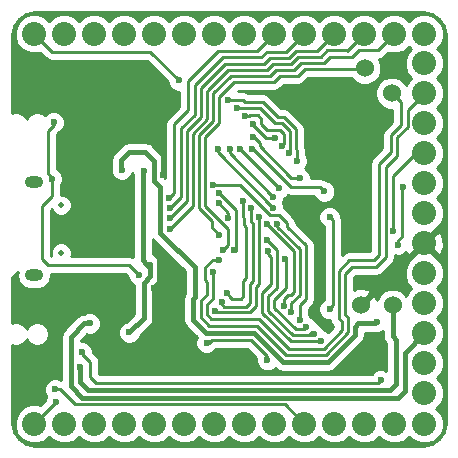
<source format=gbr>
G04 #@! TF.FileFunction,Copper,L2,Bot,Signal*
%FSLAX46Y46*%
G04 Gerber Fmt 4.6, Leading zero omitted, Abs format (unit mm)*
G04 Created by KiCad (PCBNEW 4.0.4-stable) date 2016 October 10, Monday 23:42:28*
%MOMM*%
%LPD*%
G01*
G04 APERTURE LIST*
%ADD10C,0.100000*%
%ADD11C,1.524000*%
%ADD12O,1.550000X1.000000*%
%ADD13C,0.500000*%
%ADD14C,2.032000*%
%ADD15C,0.600000*%
%ADD16C,0.250000*%
%ADD17C,0.400000*%
%ADD18C,0.254000*%
G04 APERTURE END LIST*
D10*
D11*
X32893000Y-25527000D03*
D12*
X2540000Y-15113000D03*
X2540000Y-22987000D03*
D13*
X4845000Y-21050000D03*
X4845000Y-17050000D03*
D14*
X33020000Y-2540000D03*
X35560000Y-2540000D03*
X17780000Y-2540000D03*
X20320000Y-2540000D03*
X22860000Y-2540000D03*
X30480000Y-2540000D03*
X27940000Y-2540000D03*
X25400000Y-2540000D03*
X10160000Y-2540000D03*
X12700000Y-2540000D03*
X15240000Y-2540000D03*
X7620000Y-2540000D03*
X5080000Y-2540000D03*
X2540000Y-2540000D03*
X33020000Y-35560000D03*
X35560000Y-35560000D03*
X17780000Y-35560000D03*
X20320000Y-35560000D03*
X22860000Y-35560000D03*
X30480000Y-35560000D03*
X27940000Y-35560000D03*
X25400000Y-35560000D03*
X10160000Y-35560000D03*
X12700000Y-35560000D03*
X15240000Y-35560000D03*
X7620000Y-35560000D03*
X5080000Y-35560000D03*
X2540000Y-35560000D03*
X35560000Y-20256500D03*
X35560000Y-22796500D03*
X35560000Y-25336500D03*
X35560000Y-32956500D03*
X35560000Y-30416500D03*
X35560000Y-27876500D03*
X35560000Y-12636500D03*
X35560000Y-15176500D03*
X35560000Y-17716500D03*
X35560000Y-10096500D03*
X35560000Y-7556500D03*
X35560000Y-5016500D03*
D11*
X30543500Y-5461000D03*
X32829500Y-7556500D03*
X30226000Y-25463500D03*
D15*
X18097500Y-12255500D03*
X22796500Y-17272000D03*
X22796500Y-16319500D03*
X19113500Y-12255500D03*
X6413500Y-30734000D03*
X12319000Y-22098000D03*
X11811000Y-14160500D03*
X10604500Y-27813000D03*
X26606500Y-24765000D03*
X14541500Y-25273000D03*
X5016500Y-26733500D03*
X13462000Y-14478000D03*
X13462000Y-12573000D03*
X9906000Y-27114500D03*
X12700000Y-24066500D03*
X13017500Y-21145500D03*
X13462000Y-9271000D03*
X9588500Y-20955000D03*
X30150500Y-19125500D03*
X18224500Y-19558000D03*
X14033500Y-19050000D03*
X31559500Y-26924000D03*
X9969500Y-14033500D03*
X7239000Y-27051000D03*
X18542000Y-20828000D03*
X21082000Y-10160000D03*
X22923500Y-11366500D03*
X13970000Y-16446500D03*
X14033500Y-18161000D03*
X14033500Y-17272000D03*
X24765000Y-13271500D03*
X18986500Y-8128000D03*
X19685000Y-8826500D03*
X24130000Y-12636500D03*
X20383500Y-9525000D03*
X23495000Y-12001500D03*
X21082000Y-11303000D03*
X25019000Y-14732000D03*
X27114500Y-15875000D03*
X20955000Y-12255500D03*
X19939000Y-12319000D03*
X23304500Y-15621000D03*
X14795500Y-6477000D03*
X25019000Y-26733500D03*
X17653000Y-15303500D03*
X25590500Y-27368500D03*
X23812500Y-21590000D03*
X19494500Y-20828000D03*
X18161000Y-16002000D03*
X22288500Y-30162500D03*
X17145000Y-28702000D03*
X11430000Y-22987000D03*
X4064000Y-14795500D03*
X4191000Y-10033000D03*
X24320500Y-26098500D03*
X23114000Y-18669000D03*
X23685500Y-25590500D03*
X22225000Y-18669000D03*
X4318000Y-32639000D03*
X20256500Y-16700500D03*
X18859500Y-24511000D03*
X18415000Y-25273000D03*
X20891500Y-17272000D03*
X17843500Y-25971500D03*
X21590000Y-18034000D03*
X4381500Y-33718500D03*
X26225500Y-27940000D03*
X22288500Y-20002500D03*
X18986500Y-18161000D03*
X18161000Y-16891000D03*
X26797000Y-28511500D03*
X22352000Y-20955000D03*
X31877000Y-31877000D03*
X27559000Y-18034000D03*
X27559000Y-25844500D03*
X6604000Y-29464000D03*
X32956500Y-19240500D03*
X33337500Y-20383500D03*
X33782000Y-15494000D03*
X18224500Y-21653500D03*
X17716500Y-22733000D03*
D16*
X18097500Y-12573000D02*
X18097500Y-12255500D01*
X22796500Y-17272000D02*
X18097500Y-12573000D01*
X22796500Y-16319500D02*
X19113500Y-12636500D01*
X19113500Y-12636500D02*
X19113500Y-12255500D01*
D17*
X32893000Y-25527000D02*
X32893000Y-28130500D01*
X32893000Y-28130500D02*
X33210500Y-28448000D01*
X6413500Y-32004000D02*
X6413500Y-30734000D01*
X7112000Y-32702500D02*
X6413500Y-32004000D01*
X32702500Y-32702500D02*
X7112000Y-32702500D01*
X33210500Y-32194500D02*
X32702500Y-32702500D01*
X33210500Y-28448000D02*
X33210500Y-32194500D01*
X12319000Y-22098000D02*
X12128500Y-22098000D01*
X11747500Y-14224000D02*
X11747500Y-20701000D01*
X11811000Y-14160500D02*
X11747500Y-14224000D01*
X10604500Y-27813000D02*
X11811000Y-26606500D01*
X11811000Y-26606500D02*
X11811000Y-23622000D01*
X11811000Y-23622000D02*
X12382500Y-23050500D01*
X12382500Y-23050500D02*
X12382500Y-22352000D01*
X12382500Y-22352000D02*
X12128500Y-22098000D01*
X12128500Y-22098000D02*
X11747500Y-21717000D01*
X11747500Y-21717000D02*
X11747500Y-20701000D01*
X13462000Y-12573000D02*
X13462000Y-9271000D01*
X13462000Y-14478000D02*
X13462000Y-12573000D01*
X12700000Y-24003000D02*
X12700000Y-24066500D01*
X13081000Y-23622000D02*
X12700000Y-24003000D01*
X13081000Y-21209000D02*
X13081000Y-23622000D01*
X13017500Y-21145500D02*
X13081000Y-21209000D01*
D16*
X9906000Y-27114500D02*
X9906000Y-27178000D01*
X30150500Y-19125500D02*
X30099000Y-19177000D01*
X17716500Y-7620000D02*
X17716500Y-7556500D01*
X17716500Y-7556500D02*
X19177000Y-6096000D01*
X30035500Y-3937000D02*
X31623000Y-3937000D01*
X29464000Y-4508500D02*
X30035500Y-3937000D01*
X27559000Y-4508500D02*
X29464000Y-4508500D01*
X27051000Y-5016500D02*
X27559000Y-4508500D01*
X25146000Y-5016500D02*
X27051000Y-5016500D01*
X24574500Y-5588000D02*
X25146000Y-5016500D01*
X23050500Y-5588000D02*
X24574500Y-5588000D01*
X22542500Y-6096000D02*
X23050500Y-5588000D01*
X19177000Y-6096000D02*
X22542500Y-6096000D01*
X31623000Y-3937000D02*
X33020000Y-2540000D01*
X18224500Y-19558000D02*
X17589500Y-18923000D01*
X17589500Y-18923000D02*
X17589500Y-18351500D01*
X17589500Y-18351500D02*
X16510000Y-17272000D01*
X16510000Y-17272000D02*
X16510000Y-11112500D01*
X16510000Y-11112500D02*
X17716500Y-9906000D01*
X17716500Y-9906000D02*
X17716500Y-7620000D01*
X17240250Y-7334250D02*
X17240250Y-7270750D01*
X27368500Y-3937000D02*
X29083000Y-3937000D01*
X26797000Y-4508500D02*
X27368500Y-3937000D01*
X24897502Y-4508500D02*
X26797000Y-4508500D01*
X24326002Y-5080000D02*
X24897502Y-4508500D01*
X22733000Y-5080000D02*
X24326002Y-5080000D01*
X22225000Y-5588000D02*
X22733000Y-5080000D01*
X18923000Y-5588000D02*
X22225000Y-5588000D01*
X17240250Y-7270750D02*
X18923000Y-5588000D01*
X30480000Y-2540000D02*
X29019500Y-4000500D01*
X29019500Y-4000500D02*
X29019500Y-3937000D01*
X29019500Y-3937000D02*
X29019500Y-4000500D01*
X29083000Y-3937000D02*
X29019500Y-3937000D01*
X17208500Y-7366000D02*
X17240250Y-7334250D01*
X17208500Y-9773498D02*
X17208500Y-7366000D01*
X16002000Y-10979998D02*
X17208500Y-9773498D01*
X16002000Y-17081500D02*
X16002000Y-10979998D01*
X14033500Y-19050000D02*
X16002000Y-17081500D01*
D17*
X29718000Y-27940000D02*
X29718000Y-27322002D01*
X29718000Y-27322002D02*
X29989002Y-27051000D01*
X29989002Y-27051000D02*
X31432500Y-27051000D01*
X31432500Y-27051000D02*
X31559500Y-26924000D01*
X27114500Y-30289500D02*
X27432000Y-30289500D01*
X29718000Y-28003500D02*
X29718000Y-27940000D01*
X27432000Y-30289500D02*
X29718000Y-28003500D01*
X29718000Y-27322002D02*
X29718000Y-27368500D01*
X29718000Y-27368500D02*
X29718000Y-27322002D01*
X17113250Y-27844750D02*
X21177250Y-27844750D01*
X23622000Y-30289500D02*
X27114500Y-30289500D01*
X21177250Y-27844750D02*
X23622000Y-30289500D01*
X31559500Y-26924000D02*
X31432500Y-27051000D01*
X31432500Y-27051000D02*
X29989002Y-27051000D01*
X29989002Y-27051000D02*
X29718000Y-27322002D01*
X16129000Y-22288500D02*
X16129000Y-24828500D01*
X16129000Y-24828500D02*
X16002000Y-24955500D01*
X12700000Y-13271500D02*
X12700000Y-14986000D01*
X31432500Y-27051000D02*
X31559500Y-26924000D01*
X16002000Y-24955500D02*
X16002000Y-26733500D01*
X16002000Y-26733500D02*
X17113250Y-27844750D01*
X13208000Y-19367500D02*
X16129000Y-22288500D01*
X13208000Y-15494000D02*
X13208000Y-19367500D01*
X12700000Y-14986000D02*
X13208000Y-15494000D01*
X9906000Y-13970000D02*
X9969500Y-14033500D01*
X9906000Y-13208000D02*
X9906000Y-13970000D01*
X10604500Y-12509500D02*
X9906000Y-13208000D01*
X11938000Y-12509500D02*
X10604500Y-12509500D01*
X12700000Y-13271500D02*
X11938000Y-12509500D01*
X5651500Y-28257500D02*
X5651500Y-32385000D01*
X33909000Y-29527500D02*
X35560000Y-27876500D01*
X33909000Y-32766000D02*
X33909000Y-29527500D01*
X33337500Y-33337500D02*
X33909000Y-32766000D01*
X6604000Y-33337500D02*
X33337500Y-33337500D01*
X5651500Y-32385000D02*
X6604000Y-33337500D01*
X5651500Y-28257500D02*
X5651500Y-28194000D01*
X5651500Y-28194000D02*
X6794500Y-27051000D01*
X6794500Y-27051000D02*
X7239000Y-27051000D01*
X35560000Y-27876500D02*
X34988500Y-28448000D01*
X35560000Y-27876500D02*
X35115500Y-28321000D01*
D16*
X25463500Y-5524500D02*
X30480000Y-5524500D01*
X30480000Y-5524500D02*
X30543500Y-5461000D01*
X18224500Y-9969500D02*
X18224500Y-7874000D01*
X24892000Y-6096000D02*
X25463500Y-5524500D01*
X23368000Y-6096000D02*
X24892000Y-6096000D01*
X22860000Y-6604000D02*
X23368000Y-6096000D01*
X19494500Y-6604000D02*
X22860000Y-6604000D01*
X18224500Y-7874000D02*
X19494500Y-6604000D01*
X18224500Y-10096500D02*
X18224500Y-9969500D01*
X17018000Y-11303000D02*
X18224500Y-10096500D01*
X17018000Y-17081500D02*
X17018000Y-11303000D01*
X18986500Y-19050000D02*
X17018000Y-17081500D01*
X18986500Y-20383500D02*
X18986500Y-19050000D01*
X18542000Y-20828000D02*
X18986500Y-20383500D01*
X21082000Y-10160000D02*
X21082000Y-10287000D01*
X22161500Y-11366500D02*
X22923500Y-11366500D01*
X21082000Y-10287000D02*
X22161500Y-11366500D01*
X15557500Y-6540500D02*
X18097500Y-4000500D01*
X21399500Y-4000500D02*
X22860000Y-2540000D01*
X18097500Y-4000500D02*
X21399500Y-4000500D01*
X14414500Y-16002000D02*
X13970000Y-16446500D01*
X14414500Y-10160000D02*
X14414500Y-16002000D01*
X15557500Y-9017000D02*
X14414500Y-10160000D01*
X15557500Y-6540500D02*
X15557500Y-9017000D01*
X16700500Y-7112000D02*
X18732500Y-5080000D01*
X24701500Y-4000500D02*
X26479500Y-4000500D01*
X24130000Y-4572000D02*
X24701500Y-4000500D01*
X22479000Y-4572000D02*
X24130000Y-4572000D01*
X21971000Y-5080000D02*
X22479000Y-4572000D01*
X18732500Y-5080000D02*
X21971000Y-5080000D01*
X26479500Y-4000500D02*
X27940000Y-2540000D01*
X16700500Y-9588500D02*
X16700500Y-7112000D01*
X15494000Y-10795000D02*
X16700500Y-9588500D01*
X15494000Y-16700500D02*
X15494000Y-10795000D01*
X14033500Y-18161000D02*
X15494000Y-16700500D01*
X17653000Y-5334000D02*
X17716500Y-5334000D01*
X23876000Y-4064000D02*
X25400000Y-2540000D01*
X22225000Y-4064000D02*
X23876000Y-4064000D01*
X21780500Y-4508500D02*
X22225000Y-4064000D01*
X18542000Y-4508500D02*
X21780500Y-4508500D01*
X17716500Y-5334000D02*
X18542000Y-4508500D01*
X16129000Y-6858000D02*
X17653000Y-5334000D01*
X16129000Y-9398000D02*
X16129000Y-6858000D01*
X14986000Y-10541000D02*
X16129000Y-9398000D01*
X14986000Y-16319500D02*
X14986000Y-10541000D01*
X14033500Y-17272000D02*
X14986000Y-16319500D01*
X18986500Y-8128000D02*
X20193000Y-8128000D01*
X24765000Y-12382500D02*
X24765000Y-13271500D01*
X24701500Y-12319000D02*
X24765000Y-12382500D01*
X24701500Y-10604500D02*
X24701500Y-12319000D01*
X23685500Y-9588500D02*
X24701500Y-10604500D01*
X23177500Y-9588500D02*
X23685500Y-9588500D01*
X21907500Y-8318500D02*
X23177500Y-9588500D01*
X20383500Y-8318500D02*
X21907500Y-8318500D01*
X20193000Y-8128000D02*
X20383500Y-8318500D01*
X19685000Y-8826500D02*
X21653500Y-8826500D01*
X24193500Y-12573000D02*
X24130000Y-12636500D01*
X24193500Y-10795000D02*
X24193500Y-12573000D01*
X23495000Y-10096500D02*
X24193500Y-10795000D01*
X22923500Y-10096500D02*
X23495000Y-10096500D01*
X21653500Y-8826500D02*
X22923500Y-10096500D01*
X20383500Y-9525000D02*
X20701000Y-9525000D01*
X23685500Y-11811000D02*
X23495000Y-12001500D01*
X23685500Y-10985500D02*
X23685500Y-11811000D01*
X23368000Y-10668000D02*
X23685500Y-10985500D01*
X22288500Y-10668000D02*
X23368000Y-10668000D01*
X21780500Y-10160000D02*
X22288500Y-10668000D01*
X21780500Y-9715500D02*
X21780500Y-10160000D01*
X21463000Y-9398000D02*
X21780500Y-9715500D01*
X20828000Y-9398000D02*
X21463000Y-9398000D01*
X20701000Y-9525000D02*
X20828000Y-9398000D01*
X21082000Y-11303000D02*
X21145500Y-11303000D01*
X24320500Y-14732000D02*
X25019000Y-14732000D01*
X21653500Y-12065000D02*
X24320500Y-14732000D01*
X21653500Y-11811000D02*
X21653500Y-12065000D01*
X21145500Y-11303000D02*
X21653500Y-11811000D01*
X27114500Y-15875000D02*
X26733500Y-15494000D01*
X26733500Y-15494000D02*
X24320500Y-15494000D01*
X24320500Y-15494000D02*
X21082000Y-12255500D01*
X21082000Y-12255500D02*
X20955000Y-12255500D01*
X20002500Y-12319000D02*
X19939000Y-12319000D01*
X23304500Y-15621000D02*
X20002500Y-12319000D01*
X12382500Y-4064000D02*
X4064000Y-4064000D01*
X14795500Y-6477000D02*
X12382500Y-4064000D01*
X4064000Y-4064000D02*
X2540000Y-2540000D01*
X23304500Y-17907000D02*
X23939500Y-18542000D01*
X25019000Y-25527000D02*
X25019000Y-26733500D01*
X25527000Y-25019000D02*
X25019000Y-25527000D01*
X25527000Y-20447000D02*
X25527000Y-25019000D01*
X23939500Y-18859500D02*
X25527000Y-20447000D01*
X23939500Y-18542000D02*
X23939500Y-18859500D01*
X17653000Y-15303500D02*
X19939000Y-15303500D01*
X19939000Y-15303500D02*
X22542500Y-17907000D01*
X22542500Y-17907000D02*
X23304500Y-17907000D01*
X25400000Y-27559000D02*
X25590500Y-27368500D01*
X24701500Y-27559000D02*
X25400000Y-27559000D01*
X22860000Y-25717500D02*
X24701500Y-27559000D01*
X22860000Y-25082500D02*
X22860000Y-25717500D01*
X23876000Y-24066500D02*
X22860000Y-25082500D01*
X23876000Y-21653500D02*
X23876000Y-24066500D01*
X23812500Y-21590000D02*
X23876000Y-21653500D01*
X19558000Y-20828000D02*
X19494500Y-20828000D01*
X19621500Y-20891500D02*
X19558000Y-20828000D01*
X19621500Y-17462500D02*
X19621500Y-20891500D01*
X18161000Y-16002000D02*
X19621500Y-17462500D01*
X17145000Y-28702000D02*
X17335500Y-28702000D01*
X22288500Y-29845000D02*
X22288500Y-30162500D01*
X20891500Y-28448000D02*
X22288500Y-29845000D01*
X17589500Y-28448000D02*
X20891500Y-28448000D01*
X17335500Y-28702000D02*
X17589500Y-28448000D01*
X17145000Y-28702000D02*
X17335500Y-28511500D01*
X4064000Y-16256000D02*
X4064000Y-14986000D01*
X11430000Y-22987000D02*
X10541000Y-22098000D01*
X10541000Y-22098000D02*
X3683000Y-22098000D01*
X3683000Y-22098000D02*
X3175000Y-21590000D01*
X3175000Y-21590000D02*
X3175000Y-17145000D01*
X3175000Y-17145000D02*
X4064000Y-16256000D01*
X4064000Y-14795500D02*
X4064000Y-14986000D01*
X4191000Y-10033000D02*
X4191000Y-10223500D01*
X3683000Y-14351000D02*
X4064000Y-14732000D01*
X3683000Y-10731500D02*
X3683000Y-14351000D01*
X4191000Y-10223500D02*
X3683000Y-10731500D01*
X4064000Y-14986000D02*
X4064000Y-14732000D01*
X23114000Y-18669000D02*
X23114000Y-18859500D01*
X24320500Y-25336500D02*
X24320500Y-26098500D01*
X25019000Y-24638000D02*
X24320500Y-25336500D01*
X25019000Y-20764500D02*
X25019000Y-24638000D01*
X23114000Y-18859500D02*
X25019000Y-20764500D01*
X24511000Y-20955000D02*
X24511000Y-24384000D01*
X23685500Y-25019000D02*
X23685500Y-25590500D01*
X24066500Y-24638000D02*
X23685500Y-25019000D01*
X24257000Y-24638000D02*
X24066500Y-24638000D01*
X24511000Y-24384000D02*
X24257000Y-24638000D01*
X22225000Y-18669000D02*
X24511000Y-20955000D01*
X4318000Y-32639000D02*
X4699000Y-32639000D01*
X6032500Y-33909000D02*
X15113000Y-33909000D01*
X5778500Y-33655000D02*
X6032500Y-33909000D01*
X5715000Y-33655000D02*
X5778500Y-33655000D01*
X4699000Y-32639000D02*
X5715000Y-33655000D01*
X23749000Y-33909000D02*
X25400000Y-35560000D01*
X15113000Y-33909000D02*
X23749000Y-33909000D01*
X19304000Y-24955500D02*
X19050000Y-24701500D01*
X20066000Y-24955500D02*
X19304000Y-24955500D01*
X20256500Y-24765000D02*
X20066000Y-24955500D01*
X20256500Y-23495000D02*
X20256500Y-24765000D01*
X20510500Y-23241000D02*
X20256500Y-23495000D01*
X20510500Y-18923000D02*
X20510500Y-23241000D01*
X20320000Y-18732500D02*
X20510500Y-18923000D01*
X20320000Y-18161000D02*
X20320000Y-18732500D01*
X20193000Y-18034000D02*
X20320000Y-18161000D01*
X20193000Y-16764000D02*
X20193000Y-18034000D01*
X20256500Y-16700500D02*
X20193000Y-16764000D01*
X19050000Y-24701500D02*
X18923000Y-24574500D01*
X18923000Y-24574500D02*
X18923000Y-24511000D01*
X18923000Y-24511000D02*
X18859500Y-24511000D01*
X21082000Y-18605500D02*
X21082000Y-23495000D01*
X18351500Y-25336500D02*
X18415000Y-25273000D01*
X18663498Y-25648498D02*
X18351500Y-25336500D01*
X20516002Y-25648498D02*
X18663498Y-25648498D01*
X20828000Y-25336500D02*
X20516002Y-25648498D01*
X20828000Y-23749000D02*
X20828000Y-25336500D01*
X21082000Y-23495000D02*
X20828000Y-23749000D01*
X20891500Y-17272000D02*
X20891500Y-18415000D01*
X20891500Y-18415000D02*
X21082000Y-18605500D01*
X21336000Y-24638000D02*
X21336000Y-25590500D01*
X17907000Y-25971500D02*
X17843500Y-25971500D01*
X18034000Y-26098500D02*
X17907000Y-25971500D01*
X20828000Y-26098500D02*
X18034000Y-26098500D01*
X21336000Y-25590500D02*
X20828000Y-26098500D01*
X21590000Y-18034000D02*
X21590000Y-23749000D01*
X21336000Y-24003000D02*
X21336000Y-24638000D01*
X21590000Y-23749000D02*
X21336000Y-24003000D01*
X2540000Y-35560000D02*
X4381500Y-33718500D01*
X2540000Y-35560000D02*
X2540000Y-35496500D01*
X24447500Y-28067000D02*
X25781000Y-28067000D01*
X25781000Y-28067000D02*
X25971500Y-27876500D01*
X26162000Y-27876500D02*
X26225500Y-27940000D01*
X25971500Y-27876500D02*
X26162000Y-27876500D01*
X23082250Y-23907750D02*
X23082250Y-24034750D01*
X22352000Y-25971500D02*
X24447500Y-28067000D01*
X22352000Y-24765000D02*
X22352000Y-25971500D01*
X23082250Y-24034750D02*
X22352000Y-24765000D01*
X23114000Y-23876000D02*
X23082250Y-23907750D01*
X23114000Y-20828000D02*
X23114000Y-23876000D01*
X22288500Y-20002500D02*
X23114000Y-20828000D01*
X18986500Y-17716500D02*
X18986500Y-18161000D01*
X18161000Y-16891000D02*
X18986500Y-17716500D01*
X26797000Y-28511500D02*
X26733500Y-28575000D01*
X26733500Y-28575000D02*
X24257000Y-28575000D01*
X26733500Y-28575000D02*
X26670000Y-28575000D01*
X24257000Y-28575000D02*
X26670000Y-28575000D01*
X22352000Y-21145500D02*
X22606000Y-21399500D01*
X22606000Y-21399500D02*
X22606000Y-23685500D01*
X22606000Y-23685500D02*
X21844000Y-24447500D01*
X21844000Y-24447500D02*
X21844000Y-26162000D01*
X21844000Y-26162000D02*
X24257000Y-28575000D01*
X22352000Y-20955000D02*
X22352000Y-21145500D01*
X31686500Y-32067500D02*
X28702000Y-32067500D01*
X31877000Y-31877000D02*
X31686500Y-32067500D01*
X27559000Y-25844500D02*
X27559000Y-25711998D01*
X27813000Y-18288000D02*
X27559000Y-18034000D01*
X27813000Y-25457998D02*
X27813000Y-18288000D01*
X27559000Y-25711998D02*
X27813000Y-25457998D01*
X6604000Y-29464000D02*
X6604000Y-29654500D01*
X7747000Y-32067500D02*
X28702000Y-32067500D01*
X7302500Y-31623000D02*
X7747000Y-32067500D01*
X7302500Y-30353000D02*
X7302500Y-31623000D01*
X6604000Y-29654500D02*
X7302500Y-30353000D01*
X32956500Y-14541500D02*
X34798000Y-12700000D01*
X32956500Y-19240500D02*
X32956500Y-14541500D01*
X34798000Y-12700000D02*
X35560000Y-12700000D01*
X33718500Y-19558000D02*
X33718500Y-19685000D01*
X33337500Y-20066000D02*
X33337500Y-20383500D01*
X33718500Y-19685000D02*
X33337500Y-20066000D01*
X33718500Y-15557500D02*
X33782000Y-15494000D01*
X33718500Y-19558000D02*
X33718500Y-15557500D01*
X17716500Y-21653500D02*
X17653000Y-21653500D01*
X17653000Y-21653500D02*
X17018000Y-22288500D01*
X17208500Y-24574500D02*
X16637000Y-25146000D01*
X17208500Y-23558500D02*
X17208500Y-24574500D01*
X17018000Y-23368000D02*
X17208500Y-23558500D01*
X17018000Y-22288500D02*
X17018000Y-23368000D01*
X23876000Y-29718000D02*
X27241500Y-29718000D01*
X29146500Y-26606500D02*
X28829000Y-26289000D01*
X29146500Y-27813000D02*
X29146500Y-26606500D01*
X27241500Y-29718000D02*
X29146500Y-27813000D01*
X16637000Y-26543000D02*
X17335500Y-27241500D01*
X17335500Y-27241500D02*
X21399500Y-27241500D01*
X21399500Y-27241500D02*
X23876000Y-29718000D01*
X18224500Y-21653500D02*
X17716500Y-21653500D01*
X34163000Y-10414000D02*
X34163000Y-9017000D01*
X32321500Y-21399500D02*
X32321500Y-13843000D01*
X31527750Y-22256750D02*
X32321500Y-21463000D01*
X32321500Y-21463000D02*
X32321500Y-21399500D01*
X34163000Y-9017000D02*
X35560000Y-7620000D01*
X29432250Y-22256750D02*
X28829000Y-22860000D01*
X28829000Y-22860000D02*
X28829000Y-26289000D01*
X31527750Y-22256750D02*
X29432250Y-22256750D01*
X32321500Y-13843000D02*
X33274000Y-12890500D01*
X33274000Y-12890500D02*
X33274000Y-11303000D01*
X33274000Y-11303000D02*
X34163000Y-10414000D01*
X16637000Y-25146000D02*
X16637000Y-26543000D01*
X32512000Y-12763500D02*
X32766000Y-12509500D01*
X33591500Y-8318500D02*
X32829500Y-7556500D01*
X33591500Y-10281498D02*
X33591500Y-8318500D01*
X32766000Y-11106998D02*
X33591500Y-10281498D01*
X32766000Y-12509500D02*
X32766000Y-11106998D01*
X17716500Y-22733000D02*
X17716500Y-24892000D01*
X17716500Y-24892000D02*
X17145000Y-25463500D01*
X28321000Y-22606000D02*
X28321000Y-26606500D01*
X24130000Y-29210000D02*
X21590000Y-26670000D01*
X27051000Y-29210000D02*
X24130000Y-29210000D01*
X28637801Y-27623199D02*
X27051000Y-29210000D01*
X28637801Y-27496199D02*
X28637801Y-27623199D01*
X28638500Y-27495500D02*
X28637801Y-27496199D01*
X28638500Y-26924000D02*
X28638500Y-27495500D01*
X28321000Y-26606500D02*
X28638500Y-26924000D01*
X17589500Y-26670000D02*
X21463000Y-26670000D01*
X21463000Y-26670000D02*
X21590000Y-26670000D01*
X17526000Y-26670000D02*
X17589500Y-26670000D01*
X17145000Y-26289000D02*
X17526000Y-26670000D01*
X17145000Y-25463500D02*
X17145000Y-26289000D01*
X32512000Y-12763500D02*
X31750000Y-13525500D01*
X31750000Y-21272500D02*
X31750000Y-21209000D01*
X29972000Y-21717000D02*
X29210000Y-21717000D01*
X29210000Y-21717000D02*
X28321000Y-22606000D01*
X31305500Y-21717000D02*
X31750000Y-21272500D01*
X29972000Y-21717000D02*
X31305500Y-21717000D01*
X31750000Y-21209000D02*
X31750000Y-13525500D01*
D18*
G36*
X36254989Y-862152D02*
X36844170Y-1255830D01*
X37237848Y-1845011D01*
X37390000Y-2609931D01*
X37390000Y-35490069D01*
X37237848Y-36254989D01*
X36844170Y-36844170D01*
X36254989Y-37237848D01*
X35490069Y-37390000D01*
X2609931Y-37390000D01*
X1845011Y-37237848D01*
X1255830Y-36844170D01*
X862152Y-36254989D01*
X710000Y-35490069D01*
X710000Y-28884047D01*
X808212Y-28924828D01*
X1200069Y-28925170D01*
X1562229Y-28775529D01*
X1839555Y-28498686D01*
X1904975Y-28341137D01*
X1969471Y-28497229D01*
X2246314Y-28774555D01*
X2608212Y-28924828D01*
X3000069Y-28925170D01*
X3362229Y-28775529D01*
X3639555Y-28498686D01*
X3789828Y-28136788D01*
X3790170Y-27744931D01*
X3640529Y-27382771D01*
X3363686Y-27105445D01*
X3001788Y-26955172D01*
X2609931Y-26954830D01*
X2247771Y-27104471D01*
X1970445Y-27381314D01*
X1905025Y-27538863D01*
X1840529Y-27382771D01*
X1563686Y-27105445D01*
X1201788Y-26955172D01*
X809931Y-26954830D01*
X710000Y-26996121D01*
X710000Y-23154092D01*
X1158315Y-22705777D01*
X1102376Y-22987000D01*
X1188773Y-23421346D01*
X1434810Y-23789566D01*
X1803030Y-24035603D01*
X2237376Y-24122000D01*
X2842624Y-24122000D01*
X3276970Y-24035603D01*
X3645190Y-23789566D01*
X3891227Y-23421346D01*
X3977624Y-22987000D01*
X3951964Y-22858000D01*
X10226198Y-22858000D01*
X10494878Y-23126680D01*
X10494838Y-23172167D01*
X10636883Y-23515943D01*
X10899673Y-23779192D01*
X10976000Y-23810886D01*
X10976000Y-26260632D01*
X10316167Y-26920465D01*
X10075557Y-27019883D01*
X9812308Y-27282673D01*
X9669662Y-27626201D01*
X9669338Y-27998167D01*
X9811383Y-28341943D01*
X10074173Y-28605192D01*
X10417701Y-28747838D01*
X10789667Y-28748162D01*
X11133443Y-28606117D01*
X11396692Y-28343327D01*
X11497278Y-28101090D01*
X12401434Y-27196934D01*
X12582440Y-26926040D01*
X12646000Y-26606500D01*
X12646000Y-23967868D01*
X12972934Y-23640934D01*
X13016430Y-23575838D01*
X13153939Y-23370041D01*
X13217500Y-23050500D01*
X13217500Y-22372310D01*
X13253838Y-22284799D01*
X13254162Y-21912833D01*
X13112117Y-21569057D01*
X12849327Y-21305808D01*
X12582500Y-21195011D01*
X12582500Y-19905454D01*
X12617566Y-19957934D01*
X15294000Y-22634368D01*
X15294000Y-24541016D01*
X15230561Y-24635959D01*
X15167000Y-24955500D01*
X15167000Y-26733500D01*
X15230561Y-27053041D01*
X15379270Y-27275599D01*
X15411566Y-27323934D01*
X16325374Y-28237742D01*
X16210162Y-28515201D01*
X16209838Y-28887167D01*
X16351883Y-29230943D01*
X16614673Y-29494192D01*
X16958201Y-29636838D01*
X17330167Y-29637162D01*
X17673943Y-29495117D01*
X17937192Y-29232327D01*
X17947294Y-29208000D01*
X20576698Y-29208000D01*
X21353654Y-29984956D01*
X21353338Y-30347667D01*
X21495383Y-30691443D01*
X21758173Y-30954692D01*
X22101701Y-31097338D01*
X22473667Y-31097662D01*
X22817443Y-30955617D01*
X22962472Y-30810840D01*
X23031566Y-30879934D01*
X23302460Y-31060940D01*
X23622000Y-31124500D01*
X27432000Y-31124500D01*
X27751541Y-31060939D01*
X28022434Y-30879934D01*
X30308434Y-28593934D01*
X30361077Y-28515148D01*
X30489439Y-28323041D01*
X30553000Y-28003500D01*
X30553000Y-27886000D01*
X31432500Y-27886000D01*
X31568196Y-27859008D01*
X31744667Y-27859162D01*
X32058000Y-27729696D01*
X32058000Y-28130500D01*
X32121561Y-28450041D01*
X32249923Y-28642148D01*
X32302566Y-28720934D01*
X32375500Y-28793868D01*
X32375500Y-31071592D01*
X32063799Y-30942162D01*
X31691833Y-30941838D01*
X31348057Y-31083883D01*
X31124049Y-31307500D01*
X8062500Y-31307500D01*
X8062500Y-30353000D01*
X8015742Y-30117934D01*
X8004648Y-30062160D01*
X7839901Y-29815599D01*
X7538957Y-29514655D01*
X7539162Y-29278833D01*
X7397117Y-28935057D01*
X7134327Y-28671808D01*
X6790799Y-28529162D01*
X6497462Y-28528906D01*
X7043954Y-27982414D01*
X7052201Y-27985838D01*
X7424167Y-27986162D01*
X7767943Y-27844117D01*
X8031192Y-27581327D01*
X8173838Y-27237799D01*
X8174162Y-26865833D01*
X8032117Y-26522057D01*
X7769327Y-26258808D01*
X7425799Y-26116162D01*
X7053833Y-26115838D01*
X6811422Y-26216000D01*
X6794500Y-26216000D01*
X6474959Y-26279561D01*
X6265304Y-26419648D01*
X6204066Y-26460566D01*
X5061066Y-27603566D01*
X4880061Y-27874459D01*
X4816500Y-28194000D01*
X4816500Y-31833592D01*
X4504799Y-31704162D01*
X4132833Y-31703838D01*
X3789057Y-31845883D01*
X3525808Y-32108673D01*
X3383162Y-32452201D01*
X3382838Y-32824167D01*
X3524883Y-33167943D01*
X3576315Y-33219464D01*
X3446662Y-33531701D01*
X3446621Y-33578577D01*
X3043714Y-33981484D01*
X2869845Y-33909287D01*
X2213037Y-33908714D01*
X1606005Y-34159534D01*
X1141166Y-34623563D01*
X889287Y-35230155D01*
X888714Y-35886963D01*
X1139534Y-36493995D01*
X1603563Y-36958834D01*
X2210155Y-37210713D01*
X2866963Y-37211286D01*
X3473995Y-36960466D01*
X3810179Y-36624868D01*
X4143563Y-36958834D01*
X4750155Y-37210713D01*
X5406963Y-37211286D01*
X6013995Y-36960466D01*
X6350179Y-36624868D01*
X6683563Y-36958834D01*
X7290155Y-37210713D01*
X7946963Y-37211286D01*
X8553995Y-36960466D01*
X8890179Y-36624868D01*
X9223563Y-36958834D01*
X9830155Y-37210713D01*
X10486963Y-37211286D01*
X11093995Y-36960466D01*
X11430179Y-36624868D01*
X11763563Y-36958834D01*
X12370155Y-37210713D01*
X13026963Y-37211286D01*
X13633995Y-36960466D01*
X13970179Y-36624868D01*
X14303563Y-36958834D01*
X14910155Y-37210713D01*
X15566963Y-37211286D01*
X16173995Y-36960466D01*
X16510179Y-36624868D01*
X16843563Y-36958834D01*
X17450155Y-37210713D01*
X18106963Y-37211286D01*
X18713995Y-36960466D01*
X19050179Y-36624868D01*
X19383563Y-36958834D01*
X19990155Y-37210713D01*
X20646963Y-37211286D01*
X21253995Y-36960466D01*
X21590179Y-36624868D01*
X21923563Y-36958834D01*
X22530155Y-37210713D01*
X23186963Y-37211286D01*
X23793995Y-36960466D01*
X24130179Y-36624868D01*
X24463563Y-36958834D01*
X25070155Y-37210713D01*
X25726963Y-37211286D01*
X26333995Y-36960466D01*
X26670179Y-36624868D01*
X27003563Y-36958834D01*
X27610155Y-37210713D01*
X28266963Y-37211286D01*
X28873995Y-36960466D01*
X29210179Y-36624868D01*
X29543563Y-36958834D01*
X30150155Y-37210713D01*
X30806963Y-37211286D01*
X31413995Y-36960466D01*
X31750179Y-36624868D01*
X32083563Y-36958834D01*
X32690155Y-37210713D01*
X33346963Y-37211286D01*
X33953995Y-36960466D01*
X34290179Y-36624868D01*
X34623563Y-36958834D01*
X35230155Y-37210713D01*
X35886963Y-37211286D01*
X36493995Y-36960466D01*
X36958834Y-36496437D01*
X37210713Y-35889845D01*
X37211286Y-35233037D01*
X36960466Y-34626005D01*
X36593118Y-34258016D01*
X36958834Y-33892937D01*
X37210713Y-33286345D01*
X37211286Y-32629537D01*
X36960466Y-32022505D01*
X36624868Y-31686321D01*
X36958834Y-31352937D01*
X37210713Y-30746345D01*
X37211286Y-30089537D01*
X36960466Y-29482505D01*
X36624868Y-29146321D01*
X36958834Y-28812937D01*
X37210713Y-28206345D01*
X37211286Y-27549537D01*
X36960466Y-26942505D01*
X36624868Y-26606321D01*
X36958834Y-26272937D01*
X37210713Y-25666345D01*
X37211286Y-25009537D01*
X36960466Y-24402505D01*
X36624868Y-24066321D01*
X36958834Y-23732937D01*
X37210713Y-23126345D01*
X37211286Y-22469537D01*
X36960466Y-21862505D01*
X36537634Y-21438935D01*
X36544502Y-21420607D01*
X35560000Y-20436105D01*
X34575498Y-21420607D01*
X34582547Y-21439417D01*
X34161166Y-21860063D01*
X33909287Y-22466655D01*
X33908714Y-23123463D01*
X34159534Y-23730495D01*
X34495132Y-24066679D01*
X34161166Y-24400063D01*
X34038018Y-24696635D01*
X33685370Y-24343371D01*
X33172100Y-24130243D01*
X32616339Y-24129758D01*
X32102697Y-24341990D01*
X31709371Y-24734630D01*
X31579195Y-25048130D01*
X31448397Y-24732357D01*
X31206213Y-24662892D01*
X30405605Y-25463500D01*
X30419748Y-25477643D01*
X30240143Y-25657248D01*
X30226000Y-25643105D01*
X30211858Y-25657248D01*
X30032253Y-25477643D01*
X30046395Y-25463500D01*
X30032253Y-25449358D01*
X30211858Y-25269753D01*
X30226000Y-25283895D01*
X31026608Y-24483287D01*
X30957143Y-24241103D01*
X30433698Y-24054356D01*
X29878632Y-24082138D01*
X29589000Y-24202108D01*
X29589000Y-23174802D01*
X29747052Y-23016750D01*
X31527750Y-23016750D01*
X31818589Y-22958898D01*
X32065151Y-22794151D01*
X32858901Y-22000401D01*
X33023648Y-21753839D01*
X33081500Y-21463000D01*
X33081500Y-21289603D01*
X33150701Y-21318338D01*
X33522667Y-21318662D01*
X33866443Y-21176617D01*
X34061665Y-20981735D01*
X34127378Y-21140380D01*
X34395893Y-21241002D01*
X35380395Y-20256500D01*
X35739605Y-20256500D01*
X36724107Y-21241002D01*
X36992622Y-21140380D01*
X37221816Y-20524858D01*
X37198014Y-19868481D01*
X36992622Y-19372620D01*
X36724107Y-19271998D01*
X35739605Y-20256500D01*
X35380395Y-20256500D01*
X35366253Y-20242358D01*
X35545858Y-20062753D01*
X35560000Y-20076895D01*
X36544502Y-19092393D01*
X36537453Y-19073583D01*
X36958834Y-18652937D01*
X37210713Y-18046345D01*
X37211286Y-17389537D01*
X36960466Y-16782505D01*
X36624868Y-16446321D01*
X36958834Y-16112937D01*
X37210713Y-15506345D01*
X37211286Y-14849537D01*
X36960466Y-14242505D01*
X36624868Y-13906321D01*
X36958834Y-13572937D01*
X37210713Y-12966345D01*
X37211286Y-12309537D01*
X36960466Y-11702505D01*
X36624868Y-11366321D01*
X36958834Y-11032937D01*
X37210713Y-10426345D01*
X37211286Y-9769537D01*
X36960466Y-9162505D01*
X36624868Y-8826321D01*
X36958834Y-8492937D01*
X37210713Y-7886345D01*
X37211286Y-7229537D01*
X36960466Y-6622505D01*
X36624868Y-6286321D01*
X36958834Y-5952937D01*
X37210713Y-5346345D01*
X37211286Y-4689537D01*
X36960466Y-4082505D01*
X36656618Y-3778126D01*
X36958834Y-3476437D01*
X37210713Y-2869845D01*
X37211286Y-2213037D01*
X36960466Y-1606005D01*
X36496437Y-1141166D01*
X35889845Y-889287D01*
X35233037Y-888714D01*
X34626005Y-1139534D01*
X34289821Y-1475132D01*
X33956437Y-1141166D01*
X33349845Y-889287D01*
X32693037Y-888714D01*
X32086005Y-1139534D01*
X31749821Y-1475132D01*
X31416437Y-1141166D01*
X30809845Y-889287D01*
X30153037Y-888714D01*
X29546005Y-1139534D01*
X29209821Y-1475132D01*
X28876437Y-1141166D01*
X28269845Y-889287D01*
X27613037Y-888714D01*
X27006005Y-1139534D01*
X26669821Y-1475132D01*
X26336437Y-1141166D01*
X25729845Y-889287D01*
X25073037Y-888714D01*
X24466005Y-1139534D01*
X24129821Y-1475132D01*
X23796437Y-1141166D01*
X23189845Y-889287D01*
X22533037Y-888714D01*
X21926005Y-1139534D01*
X21589821Y-1475132D01*
X21256437Y-1141166D01*
X20649845Y-889287D01*
X19993037Y-888714D01*
X19386005Y-1139534D01*
X19049821Y-1475132D01*
X18716437Y-1141166D01*
X18109845Y-889287D01*
X17453037Y-888714D01*
X16846005Y-1139534D01*
X16509821Y-1475132D01*
X16176437Y-1141166D01*
X15569845Y-889287D01*
X14913037Y-888714D01*
X14306005Y-1139534D01*
X13969821Y-1475132D01*
X13636437Y-1141166D01*
X13029845Y-889287D01*
X12373037Y-888714D01*
X11766005Y-1139534D01*
X11429821Y-1475132D01*
X11096437Y-1141166D01*
X10489845Y-889287D01*
X9833037Y-888714D01*
X9226005Y-1139534D01*
X8889821Y-1475132D01*
X8556437Y-1141166D01*
X7949845Y-889287D01*
X7293037Y-888714D01*
X6686005Y-1139534D01*
X6349821Y-1475132D01*
X6016437Y-1141166D01*
X5409845Y-889287D01*
X4753037Y-888714D01*
X4146005Y-1139534D01*
X3809821Y-1475132D01*
X3476437Y-1141166D01*
X2869845Y-889287D01*
X2213037Y-888714D01*
X1606005Y-1139534D01*
X1141166Y-1603563D01*
X889287Y-2210155D01*
X888714Y-2866963D01*
X1139534Y-3473995D01*
X1603563Y-3938834D01*
X2210155Y-4190713D01*
X2866963Y-4191286D01*
X3043529Y-4118331D01*
X3526599Y-4601401D01*
X3773160Y-4766148D01*
X3821414Y-4775746D01*
X4064000Y-4824000D01*
X12067698Y-4824000D01*
X13860378Y-6616680D01*
X13860338Y-6662167D01*
X14002383Y-7005943D01*
X14265173Y-7269192D01*
X14608701Y-7411838D01*
X14797500Y-7412002D01*
X14797500Y-8702198D01*
X13877099Y-9622599D01*
X13712352Y-9869161D01*
X13654500Y-10160000D01*
X13654500Y-14759631D01*
X13535000Y-14640132D01*
X13535000Y-13271500D01*
X13522369Y-13208000D01*
X13471440Y-12951960D01*
X13290434Y-12681066D01*
X12528434Y-11919066D01*
X12493080Y-11895443D01*
X12257541Y-11738061D01*
X11938000Y-11674500D01*
X10604500Y-11674500D01*
X10284959Y-11738061D01*
X10049420Y-11895443D01*
X10014066Y-11919066D01*
X9315566Y-12617566D01*
X9134561Y-12888459D01*
X9071000Y-13208000D01*
X9071000Y-13759190D01*
X9034662Y-13846701D01*
X9034338Y-14218667D01*
X9176383Y-14562443D01*
X9439173Y-14825692D01*
X9782701Y-14968338D01*
X10154667Y-14968662D01*
X10498443Y-14826617D01*
X10761692Y-14563827D01*
X10875888Y-14288815D01*
X10875838Y-14345667D01*
X10912500Y-14434396D01*
X10912500Y-21449748D01*
X10831839Y-21395852D01*
X10541000Y-21338000D01*
X5683676Y-21338000D01*
X5729846Y-21226810D01*
X5730153Y-20874735D01*
X5595704Y-20549343D01*
X5346967Y-20300171D01*
X5021810Y-20165154D01*
X4669735Y-20164847D01*
X4344343Y-20299296D01*
X4095171Y-20548033D01*
X3960154Y-20873190D01*
X3959847Y-21225265D01*
X4006428Y-21338000D01*
X3997802Y-21338000D01*
X3935000Y-21275198D01*
X3935000Y-17459802D01*
X4021156Y-17373646D01*
X4094296Y-17550657D01*
X4343033Y-17799829D01*
X4668190Y-17934846D01*
X5020265Y-17935153D01*
X5345657Y-17800704D01*
X5594829Y-17551967D01*
X5729846Y-17226810D01*
X5730153Y-16874735D01*
X5595704Y-16549343D01*
X5346967Y-16300171D01*
X5021810Y-16165154D01*
X4824000Y-16164982D01*
X4824000Y-15357963D01*
X4856192Y-15325827D01*
X4998838Y-14982299D01*
X4999162Y-14610333D01*
X4857117Y-14266557D01*
X4594327Y-14003308D01*
X4443000Y-13940471D01*
X4443000Y-11046302D01*
X4623220Y-10866082D01*
X4719943Y-10826117D01*
X4983192Y-10563327D01*
X5125838Y-10219799D01*
X5126162Y-9847833D01*
X4984117Y-9504057D01*
X4721327Y-9240808D01*
X4377799Y-9098162D01*
X4005833Y-9097838D01*
X3662057Y-9239883D01*
X3469830Y-9431775D01*
X3363686Y-9325445D01*
X3001788Y-9175172D01*
X2609931Y-9174830D01*
X2247771Y-9324471D01*
X1970445Y-9601314D01*
X1905025Y-9758863D01*
X1840529Y-9602771D01*
X1563686Y-9325445D01*
X1201788Y-9175172D01*
X809931Y-9174830D01*
X710000Y-9216121D01*
X710000Y-2609931D01*
X862152Y-1845011D01*
X1255830Y-1255830D01*
X1845011Y-862152D01*
X2609931Y-710000D01*
X35490069Y-710000D01*
X36254989Y-862152D01*
X36254989Y-862152D01*
G37*
X36254989Y-862152D02*
X36844170Y-1255830D01*
X37237848Y-1845011D01*
X37390000Y-2609931D01*
X37390000Y-35490069D01*
X37237848Y-36254989D01*
X36844170Y-36844170D01*
X36254989Y-37237848D01*
X35490069Y-37390000D01*
X2609931Y-37390000D01*
X1845011Y-37237848D01*
X1255830Y-36844170D01*
X862152Y-36254989D01*
X710000Y-35490069D01*
X710000Y-28884047D01*
X808212Y-28924828D01*
X1200069Y-28925170D01*
X1562229Y-28775529D01*
X1839555Y-28498686D01*
X1904975Y-28341137D01*
X1969471Y-28497229D01*
X2246314Y-28774555D01*
X2608212Y-28924828D01*
X3000069Y-28925170D01*
X3362229Y-28775529D01*
X3639555Y-28498686D01*
X3789828Y-28136788D01*
X3790170Y-27744931D01*
X3640529Y-27382771D01*
X3363686Y-27105445D01*
X3001788Y-26955172D01*
X2609931Y-26954830D01*
X2247771Y-27104471D01*
X1970445Y-27381314D01*
X1905025Y-27538863D01*
X1840529Y-27382771D01*
X1563686Y-27105445D01*
X1201788Y-26955172D01*
X809931Y-26954830D01*
X710000Y-26996121D01*
X710000Y-23154092D01*
X1158315Y-22705777D01*
X1102376Y-22987000D01*
X1188773Y-23421346D01*
X1434810Y-23789566D01*
X1803030Y-24035603D01*
X2237376Y-24122000D01*
X2842624Y-24122000D01*
X3276970Y-24035603D01*
X3645190Y-23789566D01*
X3891227Y-23421346D01*
X3977624Y-22987000D01*
X3951964Y-22858000D01*
X10226198Y-22858000D01*
X10494878Y-23126680D01*
X10494838Y-23172167D01*
X10636883Y-23515943D01*
X10899673Y-23779192D01*
X10976000Y-23810886D01*
X10976000Y-26260632D01*
X10316167Y-26920465D01*
X10075557Y-27019883D01*
X9812308Y-27282673D01*
X9669662Y-27626201D01*
X9669338Y-27998167D01*
X9811383Y-28341943D01*
X10074173Y-28605192D01*
X10417701Y-28747838D01*
X10789667Y-28748162D01*
X11133443Y-28606117D01*
X11396692Y-28343327D01*
X11497278Y-28101090D01*
X12401434Y-27196934D01*
X12582440Y-26926040D01*
X12646000Y-26606500D01*
X12646000Y-23967868D01*
X12972934Y-23640934D01*
X13016430Y-23575838D01*
X13153939Y-23370041D01*
X13217500Y-23050500D01*
X13217500Y-22372310D01*
X13253838Y-22284799D01*
X13254162Y-21912833D01*
X13112117Y-21569057D01*
X12849327Y-21305808D01*
X12582500Y-21195011D01*
X12582500Y-19905454D01*
X12617566Y-19957934D01*
X15294000Y-22634368D01*
X15294000Y-24541016D01*
X15230561Y-24635959D01*
X15167000Y-24955500D01*
X15167000Y-26733500D01*
X15230561Y-27053041D01*
X15379270Y-27275599D01*
X15411566Y-27323934D01*
X16325374Y-28237742D01*
X16210162Y-28515201D01*
X16209838Y-28887167D01*
X16351883Y-29230943D01*
X16614673Y-29494192D01*
X16958201Y-29636838D01*
X17330167Y-29637162D01*
X17673943Y-29495117D01*
X17937192Y-29232327D01*
X17947294Y-29208000D01*
X20576698Y-29208000D01*
X21353654Y-29984956D01*
X21353338Y-30347667D01*
X21495383Y-30691443D01*
X21758173Y-30954692D01*
X22101701Y-31097338D01*
X22473667Y-31097662D01*
X22817443Y-30955617D01*
X22962472Y-30810840D01*
X23031566Y-30879934D01*
X23302460Y-31060940D01*
X23622000Y-31124500D01*
X27432000Y-31124500D01*
X27751541Y-31060939D01*
X28022434Y-30879934D01*
X30308434Y-28593934D01*
X30361077Y-28515148D01*
X30489439Y-28323041D01*
X30553000Y-28003500D01*
X30553000Y-27886000D01*
X31432500Y-27886000D01*
X31568196Y-27859008D01*
X31744667Y-27859162D01*
X32058000Y-27729696D01*
X32058000Y-28130500D01*
X32121561Y-28450041D01*
X32249923Y-28642148D01*
X32302566Y-28720934D01*
X32375500Y-28793868D01*
X32375500Y-31071592D01*
X32063799Y-30942162D01*
X31691833Y-30941838D01*
X31348057Y-31083883D01*
X31124049Y-31307500D01*
X8062500Y-31307500D01*
X8062500Y-30353000D01*
X8015742Y-30117934D01*
X8004648Y-30062160D01*
X7839901Y-29815599D01*
X7538957Y-29514655D01*
X7539162Y-29278833D01*
X7397117Y-28935057D01*
X7134327Y-28671808D01*
X6790799Y-28529162D01*
X6497462Y-28528906D01*
X7043954Y-27982414D01*
X7052201Y-27985838D01*
X7424167Y-27986162D01*
X7767943Y-27844117D01*
X8031192Y-27581327D01*
X8173838Y-27237799D01*
X8174162Y-26865833D01*
X8032117Y-26522057D01*
X7769327Y-26258808D01*
X7425799Y-26116162D01*
X7053833Y-26115838D01*
X6811422Y-26216000D01*
X6794500Y-26216000D01*
X6474959Y-26279561D01*
X6265304Y-26419648D01*
X6204066Y-26460566D01*
X5061066Y-27603566D01*
X4880061Y-27874459D01*
X4816500Y-28194000D01*
X4816500Y-31833592D01*
X4504799Y-31704162D01*
X4132833Y-31703838D01*
X3789057Y-31845883D01*
X3525808Y-32108673D01*
X3383162Y-32452201D01*
X3382838Y-32824167D01*
X3524883Y-33167943D01*
X3576315Y-33219464D01*
X3446662Y-33531701D01*
X3446621Y-33578577D01*
X3043714Y-33981484D01*
X2869845Y-33909287D01*
X2213037Y-33908714D01*
X1606005Y-34159534D01*
X1141166Y-34623563D01*
X889287Y-35230155D01*
X888714Y-35886963D01*
X1139534Y-36493995D01*
X1603563Y-36958834D01*
X2210155Y-37210713D01*
X2866963Y-37211286D01*
X3473995Y-36960466D01*
X3810179Y-36624868D01*
X4143563Y-36958834D01*
X4750155Y-37210713D01*
X5406963Y-37211286D01*
X6013995Y-36960466D01*
X6350179Y-36624868D01*
X6683563Y-36958834D01*
X7290155Y-37210713D01*
X7946963Y-37211286D01*
X8553995Y-36960466D01*
X8890179Y-36624868D01*
X9223563Y-36958834D01*
X9830155Y-37210713D01*
X10486963Y-37211286D01*
X11093995Y-36960466D01*
X11430179Y-36624868D01*
X11763563Y-36958834D01*
X12370155Y-37210713D01*
X13026963Y-37211286D01*
X13633995Y-36960466D01*
X13970179Y-36624868D01*
X14303563Y-36958834D01*
X14910155Y-37210713D01*
X15566963Y-37211286D01*
X16173995Y-36960466D01*
X16510179Y-36624868D01*
X16843563Y-36958834D01*
X17450155Y-37210713D01*
X18106963Y-37211286D01*
X18713995Y-36960466D01*
X19050179Y-36624868D01*
X19383563Y-36958834D01*
X19990155Y-37210713D01*
X20646963Y-37211286D01*
X21253995Y-36960466D01*
X21590179Y-36624868D01*
X21923563Y-36958834D01*
X22530155Y-37210713D01*
X23186963Y-37211286D01*
X23793995Y-36960466D01*
X24130179Y-36624868D01*
X24463563Y-36958834D01*
X25070155Y-37210713D01*
X25726963Y-37211286D01*
X26333995Y-36960466D01*
X26670179Y-36624868D01*
X27003563Y-36958834D01*
X27610155Y-37210713D01*
X28266963Y-37211286D01*
X28873995Y-36960466D01*
X29210179Y-36624868D01*
X29543563Y-36958834D01*
X30150155Y-37210713D01*
X30806963Y-37211286D01*
X31413995Y-36960466D01*
X31750179Y-36624868D01*
X32083563Y-36958834D01*
X32690155Y-37210713D01*
X33346963Y-37211286D01*
X33953995Y-36960466D01*
X34290179Y-36624868D01*
X34623563Y-36958834D01*
X35230155Y-37210713D01*
X35886963Y-37211286D01*
X36493995Y-36960466D01*
X36958834Y-36496437D01*
X37210713Y-35889845D01*
X37211286Y-35233037D01*
X36960466Y-34626005D01*
X36593118Y-34258016D01*
X36958834Y-33892937D01*
X37210713Y-33286345D01*
X37211286Y-32629537D01*
X36960466Y-32022505D01*
X36624868Y-31686321D01*
X36958834Y-31352937D01*
X37210713Y-30746345D01*
X37211286Y-30089537D01*
X36960466Y-29482505D01*
X36624868Y-29146321D01*
X36958834Y-28812937D01*
X37210713Y-28206345D01*
X37211286Y-27549537D01*
X36960466Y-26942505D01*
X36624868Y-26606321D01*
X36958834Y-26272937D01*
X37210713Y-25666345D01*
X37211286Y-25009537D01*
X36960466Y-24402505D01*
X36624868Y-24066321D01*
X36958834Y-23732937D01*
X37210713Y-23126345D01*
X37211286Y-22469537D01*
X36960466Y-21862505D01*
X36537634Y-21438935D01*
X36544502Y-21420607D01*
X35560000Y-20436105D01*
X34575498Y-21420607D01*
X34582547Y-21439417D01*
X34161166Y-21860063D01*
X33909287Y-22466655D01*
X33908714Y-23123463D01*
X34159534Y-23730495D01*
X34495132Y-24066679D01*
X34161166Y-24400063D01*
X34038018Y-24696635D01*
X33685370Y-24343371D01*
X33172100Y-24130243D01*
X32616339Y-24129758D01*
X32102697Y-24341990D01*
X31709371Y-24734630D01*
X31579195Y-25048130D01*
X31448397Y-24732357D01*
X31206213Y-24662892D01*
X30405605Y-25463500D01*
X30419748Y-25477643D01*
X30240143Y-25657248D01*
X30226000Y-25643105D01*
X30211858Y-25657248D01*
X30032253Y-25477643D01*
X30046395Y-25463500D01*
X30032253Y-25449358D01*
X30211858Y-25269753D01*
X30226000Y-25283895D01*
X31026608Y-24483287D01*
X30957143Y-24241103D01*
X30433698Y-24054356D01*
X29878632Y-24082138D01*
X29589000Y-24202108D01*
X29589000Y-23174802D01*
X29747052Y-23016750D01*
X31527750Y-23016750D01*
X31818589Y-22958898D01*
X32065151Y-22794151D01*
X32858901Y-22000401D01*
X33023648Y-21753839D01*
X33081500Y-21463000D01*
X33081500Y-21289603D01*
X33150701Y-21318338D01*
X33522667Y-21318662D01*
X33866443Y-21176617D01*
X34061665Y-20981735D01*
X34127378Y-21140380D01*
X34395893Y-21241002D01*
X35380395Y-20256500D01*
X35739605Y-20256500D01*
X36724107Y-21241002D01*
X36992622Y-21140380D01*
X37221816Y-20524858D01*
X37198014Y-19868481D01*
X36992622Y-19372620D01*
X36724107Y-19271998D01*
X35739605Y-20256500D01*
X35380395Y-20256500D01*
X35366253Y-20242358D01*
X35545858Y-20062753D01*
X35560000Y-20076895D01*
X36544502Y-19092393D01*
X36537453Y-19073583D01*
X36958834Y-18652937D01*
X37210713Y-18046345D01*
X37211286Y-17389537D01*
X36960466Y-16782505D01*
X36624868Y-16446321D01*
X36958834Y-16112937D01*
X37210713Y-15506345D01*
X37211286Y-14849537D01*
X36960466Y-14242505D01*
X36624868Y-13906321D01*
X36958834Y-13572937D01*
X37210713Y-12966345D01*
X37211286Y-12309537D01*
X36960466Y-11702505D01*
X36624868Y-11366321D01*
X36958834Y-11032937D01*
X37210713Y-10426345D01*
X37211286Y-9769537D01*
X36960466Y-9162505D01*
X36624868Y-8826321D01*
X36958834Y-8492937D01*
X37210713Y-7886345D01*
X37211286Y-7229537D01*
X36960466Y-6622505D01*
X36624868Y-6286321D01*
X36958834Y-5952937D01*
X37210713Y-5346345D01*
X37211286Y-4689537D01*
X36960466Y-4082505D01*
X36656618Y-3778126D01*
X36958834Y-3476437D01*
X37210713Y-2869845D01*
X37211286Y-2213037D01*
X36960466Y-1606005D01*
X36496437Y-1141166D01*
X35889845Y-889287D01*
X35233037Y-888714D01*
X34626005Y-1139534D01*
X34289821Y-1475132D01*
X33956437Y-1141166D01*
X33349845Y-889287D01*
X32693037Y-888714D01*
X32086005Y-1139534D01*
X31749821Y-1475132D01*
X31416437Y-1141166D01*
X30809845Y-889287D01*
X30153037Y-888714D01*
X29546005Y-1139534D01*
X29209821Y-1475132D01*
X28876437Y-1141166D01*
X28269845Y-889287D01*
X27613037Y-888714D01*
X27006005Y-1139534D01*
X26669821Y-1475132D01*
X26336437Y-1141166D01*
X25729845Y-889287D01*
X25073037Y-888714D01*
X24466005Y-1139534D01*
X24129821Y-1475132D01*
X23796437Y-1141166D01*
X23189845Y-889287D01*
X22533037Y-888714D01*
X21926005Y-1139534D01*
X21589821Y-1475132D01*
X21256437Y-1141166D01*
X20649845Y-889287D01*
X19993037Y-888714D01*
X19386005Y-1139534D01*
X19049821Y-1475132D01*
X18716437Y-1141166D01*
X18109845Y-889287D01*
X17453037Y-888714D01*
X16846005Y-1139534D01*
X16509821Y-1475132D01*
X16176437Y-1141166D01*
X15569845Y-889287D01*
X14913037Y-888714D01*
X14306005Y-1139534D01*
X13969821Y-1475132D01*
X13636437Y-1141166D01*
X13029845Y-889287D01*
X12373037Y-888714D01*
X11766005Y-1139534D01*
X11429821Y-1475132D01*
X11096437Y-1141166D01*
X10489845Y-889287D01*
X9833037Y-888714D01*
X9226005Y-1139534D01*
X8889821Y-1475132D01*
X8556437Y-1141166D01*
X7949845Y-889287D01*
X7293037Y-888714D01*
X6686005Y-1139534D01*
X6349821Y-1475132D01*
X6016437Y-1141166D01*
X5409845Y-889287D01*
X4753037Y-888714D01*
X4146005Y-1139534D01*
X3809821Y-1475132D01*
X3476437Y-1141166D01*
X2869845Y-889287D01*
X2213037Y-888714D01*
X1606005Y-1139534D01*
X1141166Y-1603563D01*
X889287Y-2210155D01*
X888714Y-2866963D01*
X1139534Y-3473995D01*
X1603563Y-3938834D01*
X2210155Y-4190713D01*
X2866963Y-4191286D01*
X3043529Y-4118331D01*
X3526599Y-4601401D01*
X3773160Y-4766148D01*
X3821414Y-4775746D01*
X4064000Y-4824000D01*
X12067698Y-4824000D01*
X13860378Y-6616680D01*
X13860338Y-6662167D01*
X14002383Y-7005943D01*
X14265173Y-7269192D01*
X14608701Y-7411838D01*
X14797500Y-7412002D01*
X14797500Y-8702198D01*
X13877099Y-9622599D01*
X13712352Y-9869161D01*
X13654500Y-10160000D01*
X13654500Y-14759631D01*
X13535000Y-14640132D01*
X13535000Y-13271500D01*
X13522369Y-13208000D01*
X13471440Y-12951960D01*
X13290434Y-12681066D01*
X12528434Y-11919066D01*
X12493080Y-11895443D01*
X12257541Y-11738061D01*
X11938000Y-11674500D01*
X10604500Y-11674500D01*
X10284959Y-11738061D01*
X10049420Y-11895443D01*
X10014066Y-11919066D01*
X9315566Y-12617566D01*
X9134561Y-12888459D01*
X9071000Y-13208000D01*
X9071000Y-13759190D01*
X9034662Y-13846701D01*
X9034338Y-14218667D01*
X9176383Y-14562443D01*
X9439173Y-14825692D01*
X9782701Y-14968338D01*
X10154667Y-14968662D01*
X10498443Y-14826617D01*
X10761692Y-14563827D01*
X10875888Y-14288815D01*
X10875838Y-14345667D01*
X10912500Y-14434396D01*
X10912500Y-21449748D01*
X10831839Y-21395852D01*
X10541000Y-21338000D01*
X5683676Y-21338000D01*
X5729846Y-21226810D01*
X5730153Y-20874735D01*
X5595704Y-20549343D01*
X5346967Y-20300171D01*
X5021810Y-20165154D01*
X4669735Y-20164847D01*
X4344343Y-20299296D01*
X4095171Y-20548033D01*
X3960154Y-20873190D01*
X3959847Y-21225265D01*
X4006428Y-21338000D01*
X3997802Y-21338000D01*
X3935000Y-21275198D01*
X3935000Y-17459802D01*
X4021156Y-17373646D01*
X4094296Y-17550657D01*
X4343033Y-17799829D01*
X4668190Y-17934846D01*
X5020265Y-17935153D01*
X5345657Y-17800704D01*
X5594829Y-17551967D01*
X5729846Y-17226810D01*
X5730153Y-16874735D01*
X5595704Y-16549343D01*
X5346967Y-16300171D01*
X5021810Y-16165154D01*
X4824000Y-16164982D01*
X4824000Y-15357963D01*
X4856192Y-15325827D01*
X4998838Y-14982299D01*
X4999162Y-14610333D01*
X4857117Y-14266557D01*
X4594327Y-14003308D01*
X4443000Y-13940471D01*
X4443000Y-11046302D01*
X4623220Y-10866082D01*
X4719943Y-10826117D01*
X4983192Y-10563327D01*
X5125838Y-10219799D01*
X5126162Y-9847833D01*
X4984117Y-9504057D01*
X4721327Y-9240808D01*
X4377799Y-9098162D01*
X4005833Y-9097838D01*
X3662057Y-9239883D01*
X3469830Y-9431775D01*
X3363686Y-9325445D01*
X3001788Y-9175172D01*
X2609931Y-9174830D01*
X2247771Y-9324471D01*
X1970445Y-9601314D01*
X1905025Y-9758863D01*
X1840529Y-9602771D01*
X1563686Y-9325445D01*
X1201788Y-9175172D01*
X809931Y-9174830D01*
X710000Y-9216121D01*
X710000Y-2609931D01*
X862152Y-1845011D01*
X1255830Y-1255830D01*
X1845011Y-862152D01*
X2609931Y-710000D01*
X35490069Y-710000D01*
X36254989Y-862152D01*
G36*
X34463382Y-3778374D02*
X34161166Y-4080063D01*
X33909287Y-4686655D01*
X33908714Y-5343463D01*
X34159534Y-5950495D01*
X34495132Y-6286679D01*
X34161166Y-6620063D01*
X34057392Y-6869979D01*
X34014510Y-6766197D01*
X33621870Y-6372871D01*
X33108600Y-6159743D01*
X32552839Y-6159258D01*
X32039197Y-6371490D01*
X31645871Y-6764130D01*
X31432743Y-7277400D01*
X31432258Y-7833161D01*
X31644490Y-8346803D01*
X32037130Y-8740129D01*
X32550400Y-8953257D01*
X32831500Y-8953502D01*
X32831500Y-9966696D01*
X32228599Y-10569597D01*
X32063852Y-10816159D01*
X32006000Y-11106998D01*
X32006000Y-12194698D01*
X31212599Y-12988099D01*
X31047852Y-13234661D01*
X30990000Y-13525500D01*
X30990000Y-20957000D01*
X29210000Y-20957000D01*
X28919161Y-21014852D01*
X28672599Y-21179599D01*
X28573000Y-21279198D01*
X28573000Y-18288000D01*
X28529259Y-18068099D01*
X28515148Y-17997160D01*
X28494060Y-17965600D01*
X28494162Y-17848833D01*
X28352117Y-17505057D01*
X28089327Y-17241808D01*
X27745799Y-17099162D01*
X27373833Y-17098838D01*
X27030057Y-17240883D01*
X26766808Y-17503673D01*
X26624162Y-17847201D01*
X26623838Y-18219167D01*
X26765883Y-18562943D01*
X27028673Y-18826192D01*
X27053000Y-18836294D01*
X27053000Y-25041903D01*
X27030057Y-25051383D01*
X26766808Y-25314173D01*
X26624162Y-25657701D01*
X26623838Y-26029667D01*
X26765883Y-26373443D01*
X27028673Y-26636692D01*
X27372201Y-26779338D01*
X27595419Y-26779532D01*
X27618852Y-26897339D01*
X27783599Y-27143901D01*
X27878500Y-27238802D01*
X27878500Y-27307697D01*
X27397047Y-27789150D01*
X27327327Y-27719308D01*
X27108426Y-27628412D01*
X27018617Y-27411057D01*
X26755827Y-27147808D01*
X26460275Y-27025083D01*
X26383617Y-26839557D01*
X26120827Y-26576308D01*
X25933598Y-26498563D01*
X25812117Y-26204557D01*
X25779000Y-26171382D01*
X25779000Y-25841802D01*
X26064401Y-25556401D01*
X26130039Y-25458167D01*
X26229148Y-25309839D01*
X26287000Y-25019000D01*
X26287000Y-20447000D01*
X26229148Y-20156161D01*
X26064401Y-19909599D01*
X24699500Y-18544698D01*
X24699500Y-18542000D01*
X24641648Y-18251161D01*
X24476901Y-18004599D01*
X23841901Y-17369599D01*
X23731480Y-17295818D01*
X23731662Y-17086833D01*
X23611268Y-16795457D01*
X23731338Y-16506299D01*
X23731382Y-16456288D01*
X23833443Y-16414117D01*
X24048115Y-16199819D01*
X24320500Y-16254000D01*
X26259428Y-16254000D01*
X26321383Y-16403943D01*
X26584173Y-16667192D01*
X26927701Y-16809838D01*
X27299667Y-16810162D01*
X27643443Y-16668117D01*
X27906692Y-16405327D01*
X28049338Y-16061799D01*
X28049662Y-15689833D01*
X27907617Y-15346057D01*
X27644827Y-15082808D01*
X27301299Y-14940162D01*
X27246229Y-14940114D01*
X27024339Y-14791852D01*
X26733500Y-14734000D01*
X25953999Y-14734000D01*
X25954162Y-14546833D01*
X25812117Y-14203057D01*
X25549327Y-13939808D01*
X25457265Y-13901580D01*
X25557192Y-13801827D01*
X25699838Y-13458299D01*
X25700162Y-13086333D01*
X25558117Y-12742557D01*
X25525000Y-12709382D01*
X25525000Y-12382500D01*
X25467148Y-12091661D01*
X25461500Y-12083208D01*
X25461500Y-10604500D01*
X25403648Y-10313661D01*
X25238901Y-10067099D01*
X24222901Y-9051099D01*
X23976339Y-8886352D01*
X23685500Y-8828500D01*
X23492302Y-8828500D01*
X22444901Y-7781099D01*
X22198339Y-7616352D01*
X21907500Y-7558500D01*
X20682361Y-7558500D01*
X20483839Y-7425852D01*
X20193000Y-7368000D01*
X19805302Y-7368000D01*
X19809302Y-7364000D01*
X22860000Y-7364000D01*
X23150839Y-7306148D01*
X23397401Y-7141401D01*
X23682802Y-6856000D01*
X24892000Y-6856000D01*
X25182839Y-6798148D01*
X25429401Y-6633401D01*
X25778302Y-6284500D01*
X29391629Y-6284500D01*
X29751130Y-6644629D01*
X30264400Y-6857757D01*
X30820161Y-6858242D01*
X31333803Y-6646010D01*
X31727129Y-6253370D01*
X31940257Y-5740100D01*
X31940742Y-5184339D01*
X31730540Y-4675609D01*
X31913839Y-4639148D01*
X32160401Y-4474401D01*
X32516286Y-4118516D01*
X32690155Y-4190713D01*
X33346963Y-4191286D01*
X33953995Y-3940466D01*
X34290179Y-3604868D01*
X34463382Y-3778374D01*
X34463382Y-3778374D01*
G37*
X34463382Y-3778374D02*
X34161166Y-4080063D01*
X33909287Y-4686655D01*
X33908714Y-5343463D01*
X34159534Y-5950495D01*
X34495132Y-6286679D01*
X34161166Y-6620063D01*
X34057392Y-6869979D01*
X34014510Y-6766197D01*
X33621870Y-6372871D01*
X33108600Y-6159743D01*
X32552839Y-6159258D01*
X32039197Y-6371490D01*
X31645871Y-6764130D01*
X31432743Y-7277400D01*
X31432258Y-7833161D01*
X31644490Y-8346803D01*
X32037130Y-8740129D01*
X32550400Y-8953257D01*
X32831500Y-8953502D01*
X32831500Y-9966696D01*
X32228599Y-10569597D01*
X32063852Y-10816159D01*
X32006000Y-11106998D01*
X32006000Y-12194698D01*
X31212599Y-12988099D01*
X31047852Y-13234661D01*
X30990000Y-13525500D01*
X30990000Y-20957000D01*
X29210000Y-20957000D01*
X28919161Y-21014852D01*
X28672599Y-21179599D01*
X28573000Y-21279198D01*
X28573000Y-18288000D01*
X28529259Y-18068099D01*
X28515148Y-17997160D01*
X28494060Y-17965600D01*
X28494162Y-17848833D01*
X28352117Y-17505057D01*
X28089327Y-17241808D01*
X27745799Y-17099162D01*
X27373833Y-17098838D01*
X27030057Y-17240883D01*
X26766808Y-17503673D01*
X26624162Y-17847201D01*
X26623838Y-18219167D01*
X26765883Y-18562943D01*
X27028673Y-18826192D01*
X27053000Y-18836294D01*
X27053000Y-25041903D01*
X27030057Y-25051383D01*
X26766808Y-25314173D01*
X26624162Y-25657701D01*
X26623838Y-26029667D01*
X26765883Y-26373443D01*
X27028673Y-26636692D01*
X27372201Y-26779338D01*
X27595419Y-26779532D01*
X27618852Y-26897339D01*
X27783599Y-27143901D01*
X27878500Y-27238802D01*
X27878500Y-27307697D01*
X27397047Y-27789150D01*
X27327327Y-27719308D01*
X27108426Y-27628412D01*
X27018617Y-27411057D01*
X26755827Y-27147808D01*
X26460275Y-27025083D01*
X26383617Y-26839557D01*
X26120827Y-26576308D01*
X25933598Y-26498563D01*
X25812117Y-26204557D01*
X25779000Y-26171382D01*
X25779000Y-25841802D01*
X26064401Y-25556401D01*
X26130039Y-25458167D01*
X26229148Y-25309839D01*
X26287000Y-25019000D01*
X26287000Y-20447000D01*
X26229148Y-20156161D01*
X26064401Y-19909599D01*
X24699500Y-18544698D01*
X24699500Y-18542000D01*
X24641648Y-18251161D01*
X24476901Y-18004599D01*
X23841901Y-17369599D01*
X23731480Y-17295818D01*
X23731662Y-17086833D01*
X23611268Y-16795457D01*
X23731338Y-16506299D01*
X23731382Y-16456288D01*
X23833443Y-16414117D01*
X24048115Y-16199819D01*
X24320500Y-16254000D01*
X26259428Y-16254000D01*
X26321383Y-16403943D01*
X26584173Y-16667192D01*
X26927701Y-16809838D01*
X27299667Y-16810162D01*
X27643443Y-16668117D01*
X27906692Y-16405327D01*
X28049338Y-16061799D01*
X28049662Y-15689833D01*
X27907617Y-15346057D01*
X27644827Y-15082808D01*
X27301299Y-14940162D01*
X27246229Y-14940114D01*
X27024339Y-14791852D01*
X26733500Y-14734000D01*
X25953999Y-14734000D01*
X25954162Y-14546833D01*
X25812117Y-14203057D01*
X25549327Y-13939808D01*
X25457265Y-13901580D01*
X25557192Y-13801827D01*
X25699838Y-13458299D01*
X25700162Y-13086333D01*
X25558117Y-12742557D01*
X25525000Y-12709382D01*
X25525000Y-12382500D01*
X25467148Y-12091661D01*
X25461500Y-12083208D01*
X25461500Y-10604500D01*
X25403648Y-10313661D01*
X25238901Y-10067099D01*
X24222901Y-9051099D01*
X23976339Y-8886352D01*
X23685500Y-8828500D01*
X23492302Y-8828500D01*
X22444901Y-7781099D01*
X22198339Y-7616352D01*
X21907500Y-7558500D01*
X20682361Y-7558500D01*
X20483839Y-7425852D01*
X20193000Y-7368000D01*
X19805302Y-7368000D01*
X19809302Y-7364000D01*
X22860000Y-7364000D01*
X23150839Y-7306148D01*
X23397401Y-7141401D01*
X23682802Y-6856000D01*
X24892000Y-6856000D01*
X25182839Y-6798148D01*
X25429401Y-6633401D01*
X25778302Y-6284500D01*
X29391629Y-6284500D01*
X29751130Y-6644629D01*
X30264400Y-6857757D01*
X30820161Y-6858242D01*
X31333803Y-6646010D01*
X31727129Y-6253370D01*
X31940257Y-5740100D01*
X31940742Y-5184339D01*
X31730540Y-4675609D01*
X31913839Y-4639148D01*
X32160401Y-4474401D01*
X32516286Y-4118516D01*
X32690155Y-4190713D01*
X33346963Y-4191286D01*
X33953995Y-3940466D01*
X34290179Y-3604868D01*
X34463382Y-3778374D01*
M02*

</source>
